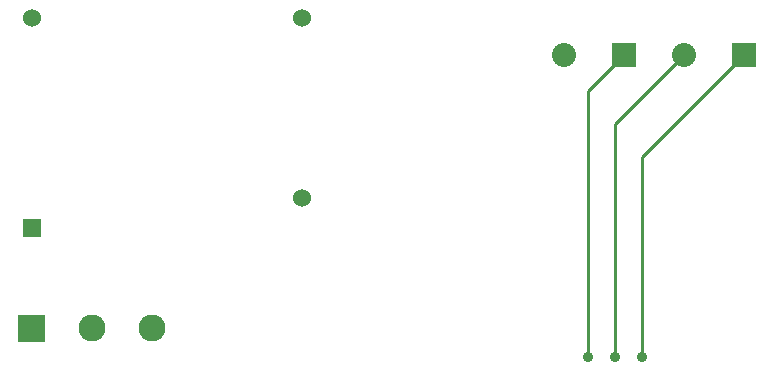
<source format=gbr>
G04 start of page 3 for group 1 idx 1 *
G04 Title: (unknown), bottom *
G04 Creator: pcb 4.0.2 *
G04 CreationDate: Sat May 14 18:14:31 2022 UTC *
G04 For: railfan *
G04 Format: Gerber/RS-274X *
G04 PCB-Dimensions (mil): 2800.00 1800.00 *
G04 PCB-Coordinate-Origin: lower left *
%MOIN*%
%FSLAX25Y25*%
%LNBOTTOM*%
%ADD31C,0.0550*%
%ADD30C,0.0300*%
%ADD29C,0.0480*%
%ADD28C,0.0200*%
%ADD27C,0.0360*%
%ADD26C,0.0900*%
%ADD25C,0.0600*%
%ADD24C,0.0800*%
%ADD23C,0.0001*%
%ADD22C,0.0100*%
G54D22*X207000Y44500D02*Y133000D01*
X219000Y145000D01*
X216000Y44500D02*Y122000D01*
X239000Y145000D01*
X225000Y44500D02*Y111000D01*
X259000Y145000D01*
G54D23*G36*
X215000Y149000D02*Y141000D01*
X223000D01*
Y149000D01*
X215000D01*
G37*
G54D24*X199000Y145000D03*
G54D23*G36*
X255000Y149000D02*Y141000D01*
X263000D01*
Y149000D01*
X255000D01*
G37*
G54D24*X239000Y145000D03*
G54D23*G36*
X18500Y90500D02*Y84500D01*
X24500D01*
Y90500D01*
X18500D01*
G37*
G54D25*X111500Y97500D03*
Y157500D03*
X21500D03*
G54D23*G36*
X17000Y58500D02*Y49500D01*
X26000D01*
Y58500D01*
X17000D01*
G37*
G54D26*X41500Y54000D03*
X61500D03*
G54D27*X207000Y44500D03*
X216000D03*
X225000D03*
G54D28*G54D29*G54D30*G54D31*M02*

</source>
